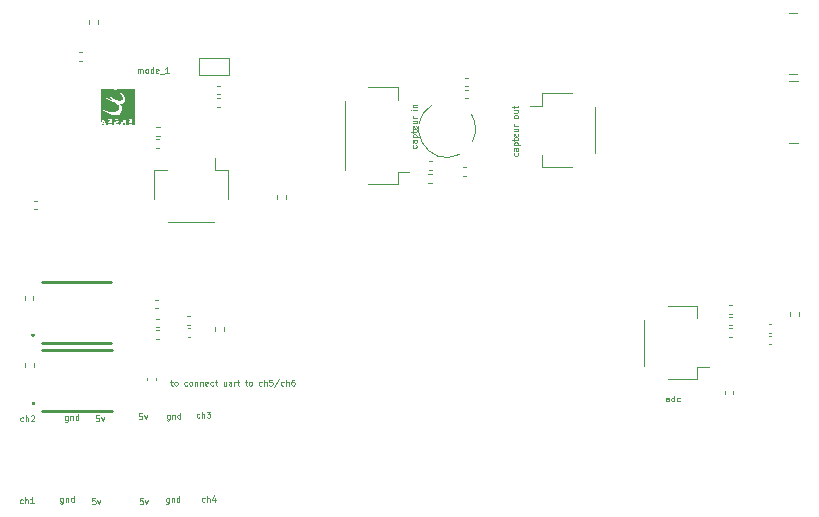
<source format=gbr>
%TF.GenerationSoftware,KiCad,Pcbnew,8.0.5*%
%TF.CreationDate,2024-10-22T02:59:18+02:00*%
%TF.ProjectId,Carte sensors,43617274-6520-4736-956e-736f72732e6b,rev?*%
%TF.SameCoordinates,Original*%
%TF.FileFunction,Legend,Bot*%
%TF.FilePolarity,Positive*%
%FSLAX46Y46*%
G04 Gerber Fmt 4.6, Leading zero omitted, Abs format (unit mm)*
G04 Created by KiCad (PCBNEW 8.0.5) date 2024-10-22 02:59:18*
%MOMM*%
%LPD*%
G01*
G04 APERTURE LIST*
%ADD10C,0.100000*%
%ADD11C,0.000000*%
%ADD12C,0.120000*%
%ADD13C,0.254000*%
G04 APERTURE END LIST*
D10*
X162213408Y-126580276D02*
X162403884Y-126580276D01*
X162284836Y-126413609D02*
X162284836Y-126842180D01*
X162284836Y-126842180D02*
X162308646Y-126889800D01*
X162308646Y-126889800D02*
X162356265Y-126913609D01*
X162356265Y-126913609D02*
X162403884Y-126913609D01*
X162641979Y-126913609D02*
X162594360Y-126889800D01*
X162594360Y-126889800D02*
X162570550Y-126865990D01*
X162570550Y-126865990D02*
X162546741Y-126818371D01*
X162546741Y-126818371D02*
X162546741Y-126675514D01*
X162546741Y-126675514D02*
X162570550Y-126627895D01*
X162570550Y-126627895D02*
X162594360Y-126604085D01*
X162594360Y-126604085D02*
X162641979Y-126580276D01*
X162641979Y-126580276D02*
X162713407Y-126580276D01*
X162713407Y-126580276D02*
X162761026Y-126604085D01*
X162761026Y-126604085D02*
X162784836Y-126627895D01*
X162784836Y-126627895D02*
X162808645Y-126675514D01*
X162808645Y-126675514D02*
X162808645Y-126818371D01*
X162808645Y-126818371D02*
X162784836Y-126865990D01*
X162784836Y-126865990D02*
X162761026Y-126889800D01*
X162761026Y-126889800D02*
X162713407Y-126913609D01*
X162713407Y-126913609D02*
X162641979Y-126913609D01*
X163618169Y-126889800D02*
X163570550Y-126913609D01*
X163570550Y-126913609D02*
X163475312Y-126913609D01*
X163475312Y-126913609D02*
X163427693Y-126889800D01*
X163427693Y-126889800D02*
X163403883Y-126865990D01*
X163403883Y-126865990D02*
X163380074Y-126818371D01*
X163380074Y-126818371D02*
X163380074Y-126675514D01*
X163380074Y-126675514D02*
X163403883Y-126627895D01*
X163403883Y-126627895D02*
X163427693Y-126604085D01*
X163427693Y-126604085D02*
X163475312Y-126580276D01*
X163475312Y-126580276D02*
X163570550Y-126580276D01*
X163570550Y-126580276D02*
X163618169Y-126604085D01*
X163903883Y-126913609D02*
X163856264Y-126889800D01*
X163856264Y-126889800D02*
X163832454Y-126865990D01*
X163832454Y-126865990D02*
X163808645Y-126818371D01*
X163808645Y-126818371D02*
X163808645Y-126675514D01*
X163808645Y-126675514D02*
X163832454Y-126627895D01*
X163832454Y-126627895D02*
X163856264Y-126604085D01*
X163856264Y-126604085D02*
X163903883Y-126580276D01*
X163903883Y-126580276D02*
X163975311Y-126580276D01*
X163975311Y-126580276D02*
X164022930Y-126604085D01*
X164022930Y-126604085D02*
X164046740Y-126627895D01*
X164046740Y-126627895D02*
X164070549Y-126675514D01*
X164070549Y-126675514D02*
X164070549Y-126818371D01*
X164070549Y-126818371D02*
X164046740Y-126865990D01*
X164046740Y-126865990D02*
X164022930Y-126889800D01*
X164022930Y-126889800D02*
X163975311Y-126913609D01*
X163975311Y-126913609D02*
X163903883Y-126913609D01*
X164284835Y-126580276D02*
X164284835Y-126913609D01*
X164284835Y-126627895D02*
X164308645Y-126604085D01*
X164308645Y-126604085D02*
X164356264Y-126580276D01*
X164356264Y-126580276D02*
X164427692Y-126580276D01*
X164427692Y-126580276D02*
X164475311Y-126604085D01*
X164475311Y-126604085D02*
X164499121Y-126651704D01*
X164499121Y-126651704D02*
X164499121Y-126913609D01*
X164737216Y-126580276D02*
X164737216Y-126913609D01*
X164737216Y-126627895D02*
X164761026Y-126604085D01*
X164761026Y-126604085D02*
X164808645Y-126580276D01*
X164808645Y-126580276D02*
X164880073Y-126580276D01*
X164880073Y-126580276D02*
X164927692Y-126604085D01*
X164927692Y-126604085D02*
X164951502Y-126651704D01*
X164951502Y-126651704D02*
X164951502Y-126913609D01*
X165380073Y-126889800D02*
X165332454Y-126913609D01*
X165332454Y-126913609D02*
X165237216Y-126913609D01*
X165237216Y-126913609D02*
X165189597Y-126889800D01*
X165189597Y-126889800D02*
X165165788Y-126842180D01*
X165165788Y-126842180D02*
X165165788Y-126651704D01*
X165165788Y-126651704D02*
X165189597Y-126604085D01*
X165189597Y-126604085D02*
X165237216Y-126580276D01*
X165237216Y-126580276D02*
X165332454Y-126580276D01*
X165332454Y-126580276D02*
X165380073Y-126604085D01*
X165380073Y-126604085D02*
X165403883Y-126651704D01*
X165403883Y-126651704D02*
X165403883Y-126699323D01*
X165403883Y-126699323D02*
X165165788Y-126746942D01*
X165832454Y-126889800D02*
X165784835Y-126913609D01*
X165784835Y-126913609D02*
X165689597Y-126913609D01*
X165689597Y-126913609D02*
X165641978Y-126889800D01*
X165641978Y-126889800D02*
X165618168Y-126865990D01*
X165618168Y-126865990D02*
X165594359Y-126818371D01*
X165594359Y-126818371D02*
X165594359Y-126675514D01*
X165594359Y-126675514D02*
X165618168Y-126627895D01*
X165618168Y-126627895D02*
X165641978Y-126604085D01*
X165641978Y-126604085D02*
X165689597Y-126580276D01*
X165689597Y-126580276D02*
X165784835Y-126580276D01*
X165784835Y-126580276D02*
X165832454Y-126604085D01*
X165975311Y-126580276D02*
X166165787Y-126580276D01*
X166046739Y-126413609D02*
X166046739Y-126842180D01*
X166046739Y-126842180D02*
X166070549Y-126889800D01*
X166070549Y-126889800D02*
X166118168Y-126913609D01*
X166118168Y-126913609D02*
X166165787Y-126913609D01*
X166927691Y-126580276D02*
X166927691Y-126913609D01*
X166713405Y-126580276D02*
X166713405Y-126842180D01*
X166713405Y-126842180D02*
X166737215Y-126889800D01*
X166737215Y-126889800D02*
X166784834Y-126913609D01*
X166784834Y-126913609D02*
X166856262Y-126913609D01*
X166856262Y-126913609D02*
X166903881Y-126889800D01*
X166903881Y-126889800D02*
X166927691Y-126865990D01*
X167380072Y-126913609D02*
X167380072Y-126651704D01*
X167380072Y-126651704D02*
X167356262Y-126604085D01*
X167356262Y-126604085D02*
X167308643Y-126580276D01*
X167308643Y-126580276D02*
X167213405Y-126580276D01*
X167213405Y-126580276D02*
X167165786Y-126604085D01*
X167380072Y-126889800D02*
X167332453Y-126913609D01*
X167332453Y-126913609D02*
X167213405Y-126913609D01*
X167213405Y-126913609D02*
X167165786Y-126889800D01*
X167165786Y-126889800D02*
X167141977Y-126842180D01*
X167141977Y-126842180D02*
X167141977Y-126794561D01*
X167141977Y-126794561D02*
X167165786Y-126746942D01*
X167165786Y-126746942D02*
X167213405Y-126723133D01*
X167213405Y-126723133D02*
X167332453Y-126723133D01*
X167332453Y-126723133D02*
X167380072Y-126699323D01*
X167618167Y-126913609D02*
X167618167Y-126580276D01*
X167618167Y-126675514D02*
X167641977Y-126627895D01*
X167641977Y-126627895D02*
X167665786Y-126604085D01*
X167665786Y-126604085D02*
X167713405Y-126580276D01*
X167713405Y-126580276D02*
X167761024Y-126580276D01*
X167856263Y-126580276D02*
X168046739Y-126580276D01*
X167927691Y-126413609D02*
X167927691Y-126842180D01*
X167927691Y-126842180D02*
X167951501Y-126889800D01*
X167951501Y-126889800D02*
X167999120Y-126913609D01*
X167999120Y-126913609D02*
X168046739Y-126913609D01*
X168522929Y-126580276D02*
X168713405Y-126580276D01*
X168594357Y-126413609D02*
X168594357Y-126842180D01*
X168594357Y-126842180D02*
X168618167Y-126889800D01*
X168618167Y-126889800D02*
X168665786Y-126913609D01*
X168665786Y-126913609D02*
X168713405Y-126913609D01*
X168951500Y-126913609D02*
X168903881Y-126889800D01*
X168903881Y-126889800D02*
X168880071Y-126865990D01*
X168880071Y-126865990D02*
X168856262Y-126818371D01*
X168856262Y-126818371D02*
X168856262Y-126675514D01*
X168856262Y-126675514D02*
X168880071Y-126627895D01*
X168880071Y-126627895D02*
X168903881Y-126604085D01*
X168903881Y-126604085D02*
X168951500Y-126580276D01*
X168951500Y-126580276D02*
X169022928Y-126580276D01*
X169022928Y-126580276D02*
X169070547Y-126604085D01*
X169070547Y-126604085D02*
X169094357Y-126627895D01*
X169094357Y-126627895D02*
X169118166Y-126675514D01*
X169118166Y-126675514D02*
X169118166Y-126818371D01*
X169118166Y-126818371D02*
X169094357Y-126865990D01*
X169094357Y-126865990D02*
X169070547Y-126889800D01*
X169070547Y-126889800D02*
X169022928Y-126913609D01*
X169022928Y-126913609D02*
X168951500Y-126913609D01*
X169927690Y-126889800D02*
X169880071Y-126913609D01*
X169880071Y-126913609D02*
X169784833Y-126913609D01*
X169784833Y-126913609D02*
X169737214Y-126889800D01*
X169737214Y-126889800D02*
X169713404Y-126865990D01*
X169713404Y-126865990D02*
X169689595Y-126818371D01*
X169689595Y-126818371D02*
X169689595Y-126675514D01*
X169689595Y-126675514D02*
X169713404Y-126627895D01*
X169713404Y-126627895D02*
X169737214Y-126604085D01*
X169737214Y-126604085D02*
X169784833Y-126580276D01*
X169784833Y-126580276D02*
X169880071Y-126580276D01*
X169880071Y-126580276D02*
X169927690Y-126604085D01*
X170141975Y-126913609D02*
X170141975Y-126413609D01*
X170356261Y-126913609D02*
X170356261Y-126651704D01*
X170356261Y-126651704D02*
X170332451Y-126604085D01*
X170332451Y-126604085D02*
X170284832Y-126580276D01*
X170284832Y-126580276D02*
X170213404Y-126580276D01*
X170213404Y-126580276D02*
X170165785Y-126604085D01*
X170165785Y-126604085D02*
X170141975Y-126627895D01*
X170832451Y-126413609D02*
X170594356Y-126413609D01*
X170594356Y-126413609D02*
X170570547Y-126651704D01*
X170570547Y-126651704D02*
X170594356Y-126627895D01*
X170594356Y-126627895D02*
X170641975Y-126604085D01*
X170641975Y-126604085D02*
X170761023Y-126604085D01*
X170761023Y-126604085D02*
X170808642Y-126627895D01*
X170808642Y-126627895D02*
X170832451Y-126651704D01*
X170832451Y-126651704D02*
X170856261Y-126699323D01*
X170856261Y-126699323D02*
X170856261Y-126818371D01*
X170856261Y-126818371D02*
X170832451Y-126865990D01*
X170832451Y-126865990D02*
X170808642Y-126889800D01*
X170808642Y-126889800D02*
X170761023Y-126913609D01*
X170761023Y-126913609D02*
X170641975Y-126913609D01*
X170641975Y-126913609D02*
X170594356Y-126889800D01*
X170594356Y-126889800D02*
X170570547Y-126865990D01*
X171427689Y-126389800D02*
X170999118Y-127032657D01*
X171808642Y-126889800D02*
X171761023Y-126913609D01*
X171761023Y-126913609D02*
X171665785Y-126913609D01*
X171665785Y-126913609D02*
X171618166Y-126889800D01*
X171618166Y-126889800D02*
X171594356Y-126865990D01*
X171594356Y-126865990D02*
X171570547Y-126818371D01*
X171570547Y-126818371D02*
X171570547Y-126675514D01*
X171570547Y-126675514D02*
X171594356Y-126627895D01*
X171594356Y-126627895D02*
X171618166Y-126604085D01*
X171618166Y-126604085D02*
X171665785Y-126580276D01*
X171665785Y-126580276D02*
X171761023Y-126580276D01*
X171761023Y-126580276D02*
X171808642Y-126604085D01*
X172022927Y-126913609D02*
X172022927Y-126413609D01*
X172237213Y-126913609D02*
X172237213Y-126651704D01*
X172237213Y-126651704D02*
X172213403Y-126604085D01*
X172213403Y-126604085D02*
X172165784Y-126580276D01*
X172165784Y-126580276D02*
X172094356Y-126580276D01*
X172094356Y-126580276D02*
X172046737Y-126604085D01*
X172046737Y-126604085D02*
X172022927Y-126627895D01*
X172689594Y-126413609D02*
X172594356Y-126413609D01*
X172594356Y-126413609D02*
X172546737Y-126437419D01*
X172546737Y-126437419D02*
X172522927Y-126461228D01*
X172522927Y-126461228D02*
X172475308Y-126532657D01*
X172475308Y-126532657D02*
X172451499Y-126627895D01*
X172451499Y-126627895D02*
X172451499Y-126818371D01*
X172451499Y-126818371D02*
X172475308Y-126865990D01*
X172475308Y-126865990D02*
X172499118Y-126889800D01*
X172499118Y-126889800D02*
X172546737Y-126913609D01*
X172546737Y-126913609D02*
X172641975Y-126913609D01*
X172641975Y-126913609D02*
X172689594Y-126889800D01*
X172689594Y-126889800D02*
X172713403Y-126865990D01*
X172713403Y-126865990D02*
X172737213Y-126818371D01*
X172737213Y-126818371D02*
X172737213Y-126699323D01*
X172737213Y-126699323D02*
X172713403Y-126651704D01*
X172713403Y-126651704D02*
X172689594Y-126627895D01*
X172689594Y-126627895D02*
X172641975Y-126604085D01*
X172641975Y-126604085D02*
X172546737Y-126604085D01*
X172546737Y-126604085D02*
X172499118Y-126627895D01*
X172499118Y-126627895D02*
X172475308Y-126651704D01*
X172475308Y-126651704D02*
X172451499Y-126699323D01*
X159852931Y-136453609D02*
X159614836Y-136453609D01*
X159614836Y-136453609D02*
X159591027Y-136691704D01*
X159591027Y-136691704D02*
X159614836Y-136667895D01*
X159614836Y-136667895D02*
X159662455Y-136644085D01*
X159662455Y-136644085D02*
X159781503Y-136644085D01*
X159781503Y-136644085D02*
X159829122Y-136667895D01*
X159829122Y-136667895D02*
X159852931Y-136691704D01*
X159852931Y-136691704D02*
X159876741Y-136739323D01*
X159876741Y-136739323D02*
X159876741Y-136858371D01*
X159876741Y-136858371D02*
X159852931Y-136905990D01*
X159852931Y-136905990D02*
X159829122Y-136929800D01*
X159829122Y-136929800D02*
X159781503Y-136953609D01*
X159781503Y-136953609D02*
X159662455Y-136953609D01*
X159662455Y-136953609D02*
X159614836Y-136929800D01*
X159614836Y-136929800D02*
X159591027Y-136905990D01*
X160043407Y-136620276D02*
X160162455Y-136953609D01*
X160162455Y-136953609D02*
X160281502Y-136620276D01*
X155842931Y-136453609D02*
X155604836Y-136453609D01*
X155604836Y-136453609D02*
X155581027Y-136691704D01*
X155581027Y-136691704D02*
X155604836Y-136667895D01*
X155604836Y-136667895D02*
X155652455Y-136644085D01*
X155652455Y-136644085D02*
X155771503Y-136644085D01*
X155771503Y-136644085D02*
X155819122Y-136667895D01*
X155819122Y-136667895D02*
X155842931Y-136691704D01*
X155842931Y-136691704D02*
X155866741Y-136739323D01*
X155866741Y-136739323D02*
X155866741Y-136858371D01*
X155866741Y-136858371D02*
X155842931Y-136905990D01*
X155842931Y-136905990D02*
X155819122Y-136929800D01*
X155819122Y-136929800D02*
X155771503Y-136953609D01*
X155771503Y-136953609D02*
X155652455Y-136953609D01*
X155652455Y-136953609D02*
X155604836Y-136929800D01*
X155604836Y-136929800D02*
X155581027Y-136905990D01*
X156033407Y-136620276D02*
X156152455Y-136953609D01*
X156152455Y-136953609D02*
X156271502Y-136620276D01*
X156162931Y-129433609D02*
X155924836Y-129433609D01*
X155924836Y-129433609D02*
X155901027Y-129671704D01*
X155901027Y-129671704D02*
X155924836Y-129647895D01*
X155924836Y-129647895D02*
X155972455Y-129624085D01*
X155972455Y-129624085D02*
X156091503Y-129624085D01*
X156091503Y-129624085D02*
X156139122Y-129647895D01*
X156139122Y-129647895D02*
X156162931Y-129671704D01*
X156162931Y-129671704D02*
X156186741Y-129719323D01*
X156186741Y-129719323D02*
X156186741Y-129838371D01*
X156186741Y-129838371D02*
X156162931Y-129885990D01*
X156162931Y-129885990D02*
X156139122Y-129909800D01*
X156139122Y-129909800D02*
X156091503Y-129933609D01*
X156091503Y-129933609D02*
X155972455Y-129933609D01*
X155972455Y-129933609D02*
X155924836Y-129909800D01*
X155924836Y-129909800D02*
X155901027Y-129885990D01*
X156353407Y-129600276D02*
X156472455Y-129933609D01*
X156472455Y-129933609D02*
X156591502Y-129600276D01*
X159802931Y-129273609D02*
X159564836Y-129273609D01*
X159564836Y-129273609D02*
X159541027Y-129511704D01*
X159541027Y-129511704D02*
X159564836Y-129487895D01*
X159564836Y-129487895D02*
X159612455Y-129464085D01*
X159612455Y-129464085D02*
X159731503Y-129464085D01*
X159731503Y-129464085D02*
X159779122Y-129487895D01*
X159779122Y-129487895D02*
X159802931Y-129511704D01*
X159802931Y-129511704D02*
X159826741Y-129559323D01*
X159826741Y-129559323D02*
X159826741Y-129678371D01*
X159826741Y-129678371D02*
X159802931Y-129725990D01*
X159802931Y-129725990D02*
X159779122Y-129749800D01*
X159779122Y-129749800D02*
X159731503Y-129773609D01*
X159731503Y-129773609D02*
X159612455Y-129773609D01*
X159612455Y-129773609D02*
X159564836Y-129749800D01*
X159564836Y-129749800D02*
X159541027Y-129725990D01*
X159993407Y-129440276D02*
X160112455Y-129773609D01*
X160112455Y-129773609D02*
X160231502Y-129440276D01*
X162069122Y-136440276D02*
X162069122Y-136845038D01*
X162069122Y-136845038D02*
X162045312Y-136892657D01*
X162045312Y-136892657D02*
X162021503Y-136916466D01*
X162021503Y-136916466D02*
X161973884Y-136940276D01*
X161973884Y-136940276D02*
X161902455Y-136940276D01*
X161902455Y-136940276D02*
X161854836Y-136916466D01*
X162069122Y-136749800D02*
X162021503Y-136773609D01*
X162021503Y-136773609D02*
X161926265Y-136773609D01*
X161926265Y-136773609D02*
X161878646Y-136749800D01*
X161878646Y-136749800D02*
X161854836Y-136725990D01*
X161854836Y-136725990D02*
X161831027Y-136678371D01*
X161831027Y-136678371D02*
X161831027Y-136535514D01*
X161831027Y-136535514D02*
X161854836Y-136487895D01*
X161854836Y-136487895D02*
X161878646Y-136464085D01*
X161878646Y-136464085D02*
X161926265Y-136440276D01*
X161926265Y-136440276D02*
X162021503Y-136440276D01*
X162021503Y-136440276D02*
X162069122Y-136464085D01*
X162307217Y-136440276D02*
X162307217Y-136773609D01*
X162307217Y-136487895D02*
X162331027Y-136464085D01*
X162331027Y-136464085D02*
X162378646Y-136440276D01*
X162378646Y-136440276D02*
X162450074Y-136440276D01*
X162450074Y-136440276D02*
X162497693Y-136464085D01*
X162497693Y-136464085D02*
X162521503Y-136511704D01*
X162521503Y-136511704D02*
X162521503Y-136773609D01*
X162973884Y-136773609D02*
X162973884Y-136273609D01*
X162973884Y-136749800D02*
X162926265Y-136773609D01*
X162926265Y-136773609D02*
X162831027Y-136773609D01*
X162831027Y-136773609D02*
X162783408Y-136749800D01*
X162783408Y-136749800D02*
X162759598Y-136725990D01*
X162759598Y-136725990D02*
X162735789Y-136678371D01*
X162735789Y-136678371D02*
X162735789Y-136535514D01*
X162735789Y-136535514D02*
X162759598Y-136487895D01*
X162759598Y-136487895D02*
X162783408Y-136464085D01*
X162783408Y-136464085D02*
X162831027Y-136440276D01*
X162831027Y-136440276D02*
X162926265Y-136440276D01*
X162926265Y-136440276D02*
X162973884Y-136464085D01*
X153099122Y-136420276D02*
X153099122Y-136825038D01*
X153099122Y-136825038D02*
X153075312Y-136872657D01*
X153075312Y-136872657D02*
X153051503Y-136896466D01*
X153051503Y-136896466D02*
X153003884Y-136920276D01*
X153003884Y-136920276D02*
X152932455Y-136920276D01*
X152932455Y-136920276D02*
X152884836Y-136896466D01*
X153099122Y-136729800D02*
X153051503Y-136753609D01*
X153051503Y-136753609D02*
X152956265Y-136753609D01*
X152956265Y-136753609D02*
X152908646Y-136729800D01*
X152908646Y-136729800D02*
X152884836Y-136705990D01*
X152884836Y-136705990D02*
X152861027Y-136658371D01*
X152861027Y-136658371D02*
X152861027Y-136515514D01*
X152861027Y-136515514D02*
X152884836Y-136467895D01*
X152884836Y-136467895D02*
X152908646Y-136444085D01*
X152908646Y-136444085D02*
X152956265Y-136420276D01*
X152956265Y-136420276D02*
X153051503Y-136420276D01*
X153051503Y-136420276D02*
X153099122Y-136444085D01*
X153337217Y-136420276D02*
X153337217Y-136753609D01*
X153337217Y-136467895D02*
X153361027Y-136444085D01*
X153361027Y-136444085D02*
X153408646Y-136420276D01*
X153408646Y-136420276D02*
X153480074Y-136420276D01*
X153480074Y-136420276D02*
X153527693Y-136444085D01*
X153527693Y-136444085D02*
X153551503Y-136491704D01*
X153551503Y-136491704D02*
X153551503Y-136753609D01*
X154003884Y-136753609D02*
X154003884Y-136253609D01*
X154003884Y-136729800D02*
X153956265Y-136753609D01*
X153956265Y-136753609D02*
X153861027Y-136753609D01*
X153861027Y-136753609D02*
X153813408Y-136729800D01*
X153813408Y-136729800D02*
X153789598Y-136705990D01*
X153789598Y-136705990D02*
X153765789Y-136658371D01*
X153765789Y-136658371D02*
X153765789Y-136515514D01*
X153765789Y-136515514D02*
X153789598Y-136467895D01*
X153789598Y-136467895D02*
X153813408Y-136444085D01*
X153813408Y-136444085D02*
X153861027Y-136420276D01*
X153861027Y-136420276D02*
X153956265Y-136420276D01*
X153956265Y-136420276D02*
X154003884Y-136444085D01*
X153509122Y-129510276D02*
X153509122Y-129915038D01*
X153509122Y-129915038D02*
X153485312Y-129962657D01*
X153485312Y-129962657D02*
X153461503Y-129986466D01*
X153461503Y-129986466D02*
X153413884Y-130010276D01*
X153413884Y-130010276D02*
X153342455Y-130010276D01*
X153342455Y-130010276D02*
X153294836Y-129986466D01*
X153509122Y-129819800D02*
X153461503Y-129843609D01*
X153461503Y-129843609D02*
X153366265Y-129843609D01*
X153366265Y-129843609D02*
X153318646Y-129819800D01*
X153318646Y-129819800D02*
X153294836Y-129795990D01*
X153294836Y-129795990D02*
X153271027Y-129748371D01*
X153271027Y-129748371D02*
X153271027Y-129605514D01*
X153271027Y-129605514D02*
X153294836Y-129557895D01*
X153294836Y-129557895D02*
X153318646Y-129534085D01*
X153318646Y-129534085D02*
X153366265Y-129510276D01*
X153366265Y-129510276D02*
X153461503Y-129510276D01*
X153461503Y-129510276D02*
X153509122Y-129534085D01*
X153747217Y-129510276D02*
X153747217Y-129843609D01*
X153747217Y-129557895D02*
X153771027Y-129534085D01*
X153771027Y-129534085D02*
X153818646Y-129510276D01*
X153818646Y-129510276D02*
X153890074Y-129510276D01*
X153890074Y-129510276D02*
X153937693Y-129534085D01*
X153937693Y-129534085D02*
X153961503Y-129581704D01*
X153961503Y-129581704D02*
X153961503Y-129843609D01*
X154413884Y-129843609D02*
X154413884Y-129343609D01*
X154413884Y-129819800D02*
X154366265Y-129843609D01*
X154366265Y-129843609D02*
X154271027Y-129843609D01*
X154271027Y-129843609D02*
X154223408Y-129819800D01*
X154223408Y-129819800D02*
X154199598Y-129795990D01*
X154199598Y-129795990D02*
X154175789Y-129748371D01*
X154175789Y-129748371D02*
X154175789Y-129605514D01*
X154175789Y-129605514D02*
X154199598Y-129557895D01*
X154199598Y-129557895D02*
X154223408Y-129534085D01*
X154223408Y-129534085D02*
X154271027Y-129510276D01*
X154271027Y-129510276D02*
X154366265Y-129510276D01*
X154366265Y-129510276D02*
X154413884Y-129534085D01*
X162139122Y-129380276D02*
X162139122Y-129785038D01*
X162139122Y-129785038D02*
X162115312Y-129832657D01*
X162115312Y-129832657D02*
X162091503Y-129856466D01*
X162091503Y-129856466D02*
X162043884Y-129880276D01*
X162043884Y-129880276D02*
X161972455Y-129880276D01*
X161972455Y-129880276D02*
X161924836Y-129856466D01*
X162139122Y-129689800D02*
X162091503Y-129713609D01*
X162091503Y-129713609D02*
X161996265Y-129713609D01*
X161996265Y-129713609D02*
X161948646Y-129689800D01*
X161948646Y-129689800D02*
X161924836Y-129665990D01*
X161924836Y-129665990D02*
X161901027Y-129618371D01*
X161901027Y-129618371D02*
X161901027Y-129475514D01*
X161901027Y-129475514D02*
X161924836Y-129427895D01*
X161924836Y-129427895D02*
X161948646Y-129404085D01*
X161948646Y-129404085D02*
X161996265Y-129380276D01*
X161996265Y-129380276D02*
X162091503Y-129380276D01*
X162091503Y-129380276D02*
X162139122Y-129404085D01*
X162377217Y-129380276D02*
X162377217Y-129713609D01*
X162377217Y-129427895D02*
X162401027Y-129404085D01*
X162401027Y-129404085D02*
X162448646Y-129380276D01*
X162448646Y-129380276D02*
X162520074Y-129380276D01*
X162520074Y-129380276D02*
X162567693Y-129404085D01*
X162567693Y-129404085D02*
X162591503Y-129451704D01*
X162591503Y-129451704D02*
X162591503Y-129713609D01*
X163043884Y-129713609D02*
X163043884Y-129213609D01*
X163043884Y-129689800D02*
X162996265Y-129713609D01*
X162996265Y-129713609D02*
X162901027Y-129713609D01*
X162901027Y-129713609D02*
X162853408Y-129689800D01*
X162853408Y-129689800D02*
X162829598Y-129665990D01*
X162829598Y-129665990D02*
X162805789Y-129618371D01*
X162805789Y-129618371D02*
X162805789Y-129475514D01*
X162805789Y-129475514D02*
X162829598Y-129427895D01*
X162829598Y-129427895D02*
X162853408Y-129404085D01*
X162853408Y-129404085D02*
X162901027Y-129380276D01*
X162901027Y-129380276D02*
X162996265Y-129380276D01*
X162996265Y-129380276D02*
X163043884Y-129404085D01*
X183029800Y-106560877D02*
X183053609Y-106608496D01*
X183053609Y-106608496D02*
X183053609Y-106703734D01*
X183053609Y-106703734D02*
X183029800Y-106751353D01*
X183029800Y-106751353D02*
X183005990Y-106775163D01*
X183005990Y-106775163D02*
X182958371Y-106798972D01*
X182958371Y-106798972D02*
X182815514Y-106798972D01*
X182815514Y-106798972D02*
X182767895Y-106775163D01*
X182767895Y-106775163D02*
X182744085Y-106751353D01*
X182744085Y-106751353D02*
X182720276Y-106703734D01*
X182720276Y-106703734D02*
X182720276Y-106608496D01*
X182720276Y-106608496D02*
X182744085Y-106560877D01*
X183053609Y-106132306D02*
X182791704Y-106132306D01*
X182791704Y-106132306D02*
X182744085Y-106156116D01*
X182744085Y-106156116D02*
X182720276Y-106203735D01*
X182720276Y-106203735D02*
X182720276Y-106298973D01*
X182720276Y-106298973D02*
X182744085Y-106346592D01*
X183029800Y-106132306D02*
X183053609Y-106179925D01*
X183053609Y-106179925D02*
X183053609Y-106298973D01*
X183053609Y-106298973D02*
X183029800Y-106346592D01*
X183029800Y-106346592D02*
X182982180Y-106370401D01*
X182982180Y-106370401D02*
X182934561Y-106370401D01*
X182934561Y-106370401D02*
X182886942Y-106346592D01*
X182886942Y-106346592D02*
X182863133Y-106298973D01*
X182863133Y-106298973D02*
X182863133Y-106179925D01*
X182863133Y-106179925D02*
X182839323Y-106132306D01*
X182720276Y-105894211D02*
X183220276Y-105894211D01*
X182744085Y-105894211D02*
X182720276Y-105846592D01*
X182720276Y-105846592D02*
X182720276Y-105751354D01*
X182720276Y-105751354D02*
X182744085Y-105703735D01*
X182744085Y-105703735D02*
X182767895Y-105679925D01*
X182767895Y-105679925D02*
X182815514Y-105656116D01*
X182815514Y-105656116D02*
X182958371Y-105656116D01*
X182958371Y-105656116D02*
X183005990Y-105679925D01*
X183005990Y-105679925D02*
X183029800Y-105703735D01*
X183029800Y-105703735D02*
X183053609Y-105751354D01*
X183053609Y-105751354D02*
X183053609Y-105846592D01*
X183053609Y-105846592D02*
X183029800Y-105894211D01*
X182720276Y-105513258D02*
X182720276Y-105322782D01*
X182553609Y-105441830D02*
X182982180Y-105441830D01*
X182982180Y-105441830D02*
X183029800Y-105418020D01*
X183029800Y-105418020D02*
X183053609Y-105370401D01*
X183053609Y-105370401D02*
X183053609Y-105322782D01*
X183029800Y-104965640D02*
X183053609Y-105013259D01*
X183053609Y-105013259D02*
X183053609Y-105108497D01*
X183053609Y-105108497D02*
X183029800Y-105156116D01*
X183029800Y-105156116D02*
X182982180Y-105179925D01*
X182982180Y-105179925D02*
X182791704Y-105179925D01*
X182791704Y-105179925D02*
X182744085Y-105156116D01*
X182744085Y-105156116D02*
X182720276Y-105108497D01*
X182720276Y-105108497D02*
X182720276Y-105013259D01*
X182720276Y-105013259D02*
X182744085Y-104965640D01*
X182744085Y-104965640D02*
X182791704Y-104941830D01*
X182791704Y-104941830D02*
X182839323Y-104941830D01*
X182839323Y-104941830D02*
X182886942Y-105179925D01*
X182720276Y-104513259D02*
X183053609Y-104513259D01*
X182720276Y-104727545D02*
X182982180Y-104727545D01*
X182982180Y-104727545D02*
X183029800Y-104703735D01*
X183029800Y-104703735D02*
X183053609Y-104656116D01*
X183053609Y-104656116D02*
X183053609Y-104584688D01*
X183053609Y-104584688D02*
X183029800Y-104537069D01*
X183029800Y-104537069D02*
X183005990Y-104513259D01*
X183053609Y-104275164D02*
X182720276Y-104275164D01*
X182815514Y-104275164D02*
X182767895Y-104251354D01*
X182767895Y-104251354D02*
X182744085Y-104227545D01*
X182744085Y-104227545D02*
X182720276Y-104179926D01*
X182720276Y-104179926D02*
X182720276Y-104132307D01*
X183053609Y-103584688D02*
X182720276Y-103584688D01*
X182553609Y-103584688D02*
X182577419Y-103608497D01*
X182577419Y-103608497D02*
X182601228Y-103584688D01*
X182601228Y-103584688D02*
X182577419Y-103560878D01*
X182577419Y-103560878D02*
X182553609Y-103584688D01*
X182553609Y-103584688D02*
X182601228Y-103584688D01*
X182720276Y-103346593D02*
X183053609Y-103346593D01*
X182767895Y-103346593D02*
X182744085Y-103322783D01*
X182744085Y-103322783D02*
X182720276Y-103275164D01*
X182720276Y-103275164D02*
X182720276Y-103203736D01*
X182720276Y-103203736D02*
X182744085Y-103156117D01*
X182744085Y-103156117D02*
X182791704Y-103132307D01*
X182791704Y-103132307D02*
X183053609Y-103132307D01*
X191609800Y-107230877D02*
X191633609Y-107278496D01*
X191633609Y-107278496D02*
X191633609Y-107373734D01*
X191633609Y-107373734D02*
X191609800Y-107421353D01*
X191609800Y-107421353D02*
X191585990Y-107445163D01*
X191585990Y-107445163D02*
X191538371Y-107468972D01*
X191538371Y-107468972D02*
X191395514Y-107468972D01*
X191395514Y-107468972D02*
X191347895Y-107445163D01*
X191347895Y-107445163D02*
X191324085Y-107421353D01*
X191324085Y-107421353D02*
X191300276Y-107373734D01*
X191300276Y-107373734D02*
X191300276Y-107278496D01*
X191300276Y-107278496D02*
X191324085Y-107230877D01*
X191633609Y-106802306D02*
X191371704Y-106802306D01*
X191371704Y-106802306D02*
X191324085Y-106826116D01*
X191324085Y-106826116D02*
X191300276Y-106873735D01*
X191300276Y-106873735D02*
X191300276Y-106968973D01*
X191300276Y-106968973D02*
X191324085Y-107016592D01*
X191609800Y-106802306D02*
X191633609Y-106849925D01*
X191633609Y-106849925D02*
X191633609Y-106968973D01*
X191633609Y-106968973D02*
X191609800Y-107016592D01*
X191609800Y-107016592D02*
X191562180Y-107040401D01*
X191562180Y-107040401D02*
X191514561Y-107040401D01*
X191514561Y-107040401D02*
X191466942Y-107016592D01*
X191466942Y-107016592D02*
X191443133Y-106968973D01*
X191443133Y-106968973D02*
X191443133Y-106849925D01*
X191443133Y-106849925D02*
X191419323Y-106802306D01*
X191300276Y-106564211D02*
X191800276Y-106564211D01*
X191324085Y-106564211D02*
X191300276Y-106516592D01*
X191300276Y-106516592D02*
X191300276Y-106421354D01*
X191300276Y-106421354D02*
X191324085Y-106373735D01*
X191324085Y-106373735D02*
X191347895Y-106349925D01*
X191347895Y-106349925D02*
X191395514Y-106326116D01*
X191395514Y-106326116D02*
X191538371Y-106326116D01*
X191538371Y-106326116D02*
X191585990Y-106349925D01*
X191585990Y-106349925D02*
X191609800Y-106373735D01*
X191609800Y-106373735D02*
X191633609Y-106421354D01*
X191633609Y-106421354D02*
X191633609Y-106516592D01*
X191633609Y-106516592D02*
X191609800Y-106564211D01*
X191300276Y-106183258D02*
X191300276Y-105992782D01*
X191133609Y-106111830D02*
X191562180Y-106111830D01*
X191562180Y-106111830D02*
X191609800Y-106088020D01*
X191609800Y-106088020D02*
X191633609Y-106040401D01*
X191633609Y-106040401D02*
X191633609Y-105992782D01*
X191609800Y-105635640D02*
X191633609Y-105683259D01*
X191633609Y-105683259D02*
X191633609Y-105778497D01*
X191633609Y-105778497D02*
X191609800Y-105826116D01*
X191609800Y-105826116D02*
X191562180Y-105849925D01*
X191562180Y-105849925D02*
X191371704Y-105849925D01*
X191371704Y-105849925D02*
X191324085Y-105826116D01*
X191324085Y-105826116D02*
X191300276Y-105778497D01*
X191300276Y-105778497D02*
X191300276Y-105683259D01*
X191300276Y-105683259D02*
X191324085Y-105635640D01*
X191324085Y-105635640D02*
X191371704Y-105611830D01*
X191371704Y-105611830D02*
X191419323Y-105611830D01*
X191419323Y-105611830D02*
X191466942Y-105849925D01*
X191300276Y-105183259D02*
X191633609Y-105183259D01*
X191300276Y-105397545D02*
X191562180Y-105397545D01*
X191562180Y-105397545D02*
X191609800Y-105373735D01*
X191609800Y-105373735D02*
X191633609Y-105326116D01*
X191633609Y-105326116D02*
X191633609Y-105254688D01*
X191633609Y-105254688D02*
X191609800Y-105207069D01*
X191609800Y-105207069D02*
X191585990Y-105183259D01*
X191633609Y-104945164D02*
X191300276Y-104945164D01*
X191395514Y-104945164D02*
X191347895Y-104921354D01*
X191347895Y-104921354D02*
X191324085Y-104897545D01*
X191324085Y-104897545D02*
X191300276Y-104849926D01*
X191300276Y-104849926D02*
X191300276Y-104802307D01*
X191633609Y-104183259D02*
X191609800Y-104230878D01*
X191609800Y-104230878D02*
X191585990Y-104254688D01*
X191585990Y-104254688D02*
X191538371Y-104278497D01*
X191538371Y-104278497D02*
X191395514Y-104278497D01*
X191395514Y-104278497D02*
X191347895Y-104254688D01*
X191347895Y-104254688D02*
X191324085Y-104230878D01*
X191324085Y-104230878D02*
X191300276Y-104183259D01*
X191300276Y-104183259D02*
X191300276Y-104111831D01*
X191300276Y-104111831D02*
X191324085Y-104064212D01*
X191324085Y-104064212D02*
X191347895Y-104040402D01*
X191347895Y-104040402D02*
X191395514Y-104016593D01*
X191395514Y-104016593D02*
X191538371Y-104016593D01*
X191538371Y-104016593D02*
X191585990Y-104040402D01*
X191585990Y-104040402D02*
X191609800Y-104064212D01*
X191609800Y-104064212D02*
X191633609Y-104111831D01*
X191633609Y-104111831D02*
X191633609Y-104183259D01*
X191300276Y-103588021D02*
X191633609Y-103588021D01*
X191300276Y-103802307D02*
X191562180Y-103802307D01*
X191562180Y-103802307D02*
X191609800Y-103778497D01*
X191609800Y-103778497D02*
X191633609Y-103730878D01*
X191633609Y-103730878D02*
X191633609Y-103659450D01*
X191633609Y-103659450D02*
X191609800Y-103611831D01*
X191609800Y-103611831D02*
X191585990Y-103588021D01*
X191300276Y-103421354D02*
X191300276Y-103230878D01*
X191133609Y-103349926D02*
X191562180Y-103349926D01*
X191562180Y-103349926D02*
X191609800Y-103326116D01*
X191609800Y-103326116D02*
X191633609Y-103278497D01*
X191633609Y-103278497D02*
X191633609Y-103230878D01*
X159434836Y-100453609D02*
X159434836Y-100120276D01*
X159434836Y-100167895D02*
X159458646Y-100144085D01*
X159458646Y-100144085D02*
X159506265Y-100120276D01*
X159506265Y-100120276D02*
X159577693Y-100120276D01*
X159577693Y-100120276D02*
X159625312Y-100144085D01*
X159625312Y-100144085D02*
X159649122Y-100191704D01*
X159649122Y-100191704D02*
X159649122Y-100453609D01*
X159649122Y-100191704D02*
X159672931Y-100144085D01*
X159672931Y-100144085D02*
X159720550Y-100120276D01*
X159720550Y-100120276D02*
X159791979Y-100120276D01*
X159791979Y-100120276D02*
X159839598Y-100144085D01*
X159839598Y-100144085D02*
X159863408Y-100191704D01*
X159863408Y-100191704D02*
X159863408Y-100453609D01*
X160172932Y-100453609D02*
X160125313Y-100429800D01*
X160125313Y-100429800D02*
X160101503Y-100405990D01*
X160101503Y-100405990D02*
X160077694Y-100358371D01*
X160077694Y-100358371D02*
X160077694Y-100215514D01*
X160077694Y-100215514D02*
X160101503Y-100167895D01*
X160101503Y-100167895D02*
X160125313Y-100144085D01*
X160125313Y-100144085D02*
X160172932Y-100120276D01*
X160172932Y-100120276D02*
X160244360Y-100120276D01*
X160244360Y-100120276D02*
X160291979Y-100144085D01*
X160291979Y-100144085D02*
X160315789Y-100167895D01*
X160315789Y-100167895D02*
X160339598Y-100215514D01*
X160339598Y-100215514D02*
X160339598Y-100358371D01*
X160339598Y-100358371D02*
X160315789Y-100405990D01*
X160315789Y-100405990D02*
X160291979Y-100429800D01*
X160291979Y-100429800D02*
X160244360Y-100453609D01*
X160244360Y-100453609D02*
X160172932Y-100453609D01*
X160768170Y-100453609D02*
X160768170Y-99953609D01*
X160768170Y-100429800D02*
X160720551Y-100453609D01*
X160720551Y-100453609D02*
X160625313Y-100453609D01*
X160625313Y-100453609D02*
X160577694Y-100429800D01*
X160577694Y-100429800D02*
X160553884Y-100405990D01*
X160553884Y-100405990D02*
X160530075Y-100358371D01*
X160530075Y-100358371D02*
X160530075Y-100215514D01*
X160530075Y-100215514D02*
X160553884Y-100167895D01*
X160553884Y-100167895D02*
X160577694Y-100144085D01*
X160577694Y-100144085D02*
X160625313Y-100120276D01*
X160625313Y-100120276D02*
X160720551Y-100120276D01*
X160720551Y-100120276D02*
X160768170Y-100144085D01*
X161196741Y-100429800D02*
X161149122Y-100453609D01*
X161149122Y-100453609D02*
X161053884Y-100453609D01*
X161053884Y-100453609D02*
X161006265Y-100429800D01*
X161006265Y-100429800D02*
X160982456Y-100382180D01*
X160982456Y-100382180D02*
X160982456Y-100191704D01*
X160982456Y-100191704D02*
X161006265Y-100144085D01*
X161006265Y-100144085D02*
X161053884Y-100120276D01*
X161053884Y-100120276D02*
X161149122Y-100120276D01*
X161149122Y-100120276D02*
X161196741Y-100144085D01*
X161196741Y-100144085D02*
X161220551Y-100191704D01*
X161220551Y-100191704D02*
X161220551Y-100239323D01*
X161220551Y-100239323D02*
X160982456Y-100286942D01*
X161315789Y-100501228D02*
X161696741Y-100501228D01*
X162077693Y-100453609D02*
X161791979Y-100453609D01*
X161934836Y-100453609D02*
X161934836Y-99953609D01*
X161934836Y-99953609D02*
X161887217Y-100025038D01*
X161887217Y-100025038D02*
X161839598Y-100072657D01*
X161839598Y-100072657D02*
X161791979Y-100096466D01*
X204419122Y-128263609D02*
X204419122Y-128001704D01*
X204419122Y-128001704D02*
X204395312Y-127954085D01*
X204395312Y-127954085D02*
X204347693Y-127930276D01*
X204347693Y-127930276D02*
X204252455Y-127930276D01*
X204252455Y-127930276D02*
X204204836Y-127954085D01*
X204419122Y-128239800D02*
X204371503Y-128263609D01*
X204371503Y-128263609D02*
X204252455Y-128263609D01*
X204252455Y-128263609D02*
X204204836Y-128239800D01*
X204204836Y-128239800D02*
X204181027Y-128192180D01*
X204181027Y-128192180D02*
X204181027Y-128144561D01*
X204181027Y-128144561D02*
X204204836Y-128096942D01*
X204204836Y-128096942D02*
X204252455Y-128073133D01*
X204252455Y-128073133D02*
X204371503Y-128073133D01*
X204371503Y-128073133D02*
X204419122Y-128049323D01*
X204871503Y-128263609D02*
X204871503Y-127763609D01*
X204871503Y-128239800D02*
X204823884Y-128263609D01*
X204823884Y-128263609D02*
X204728646Y-128263609D01*
X204728646Y-128263609D02*
X204681027Y-128239800D01*
X204681027Y-128239800D02*
X204657217Y-128215990D01*
X204657217Y-128215990D02*
X204633408Y-128168371D01*
X204633408Y-128168371D02*
X204633408Y-128025514D01*
X204633408Y-128025514D02*
X204657217Y-127977895D01*
X204657217Y-127977895D02*
X204681027Y-127954085D01*
X204681027Y-127954085D02*
X204728646Y-127930276D01*
X204728646Y-127930276D02*
X204823884Y-127930276D01*
X204823884Y-127930276D02*
X204871503Y-127954085D01*
X205323884Y-128239800D02*
X205276265Y-128263609D01*
X205276265Y-128263609D02*
X205181027Y-128263609D01*
X205181027Y-128263609D02*
X205133408Y-128239800D01*
X205133408Y-128239800D02*
X205109598Y-128215990D01*
X205109598Y-128215990D02*
X205085789Y-128168371D01*
X205085789Y-128168371D02*
X205085789Y-128025514D01*
X205085789Y-128025514D02*
X205109598Y-127977895D01*
X205109598Y-127977895D02*
X205133408Y-127954085D01*
X205133408Y-127954085D02*
X205181027Y-127930276D01*
X205181027Y-127930276D02*
X205276265Y-127930276D01*
X205276265Y-127930276D02*
X205323884Y-127954085D01*
X149749122Y-129909800D02*
X149701503Y-129933609D01*
X149701503Y-129933609D02*
X149606265Y-129933609D01*
X149606265Y-129933609D02*
X149558646Y-129909800D01*
X149558646Y-129909800D02*
X149534836Y-129885990D01*
X149534836Y-129885990D02*
X149511027Y-129838371D01*
X149511027Y-129838371D02*
X149511027Y-129695514D01*
X149511027Y-129695514D02*
X149534836Y-129647895D01*
X149534836Y-129647895D02*
X149558646Y-129624085D01*
X149558646Y-129624085D02*
X149606265Y-129600276D01*
X149606265Y-129600276D02*
X149701503Y-129600276D01*
X149701503Y-129600276D02*
X149749122Y-129624085D01*
X149963407Y-129933609D02*
X149963407Y-129433609D01*
X150177693Y-129933609D02*
X150177693Y-129671704D01*
X150177693Y-129671704D02*
X150153883Y-129624085D01*
X150153883Y-129624085D02*
X150106264Y-129600276D01*
X150106264Y-129600276D02*
X150034836Y-129600276D01*
X150034836Y-129600276D02*
X149987217Y-129624085D01*
X149987217Y-129624085D02*
X149963407Y-129647895D01*
X150391979Y-129481228D02*
X150415788Y-129457419D01*
X150415788Y-129457419D02*
X150463407Y-129433609D01*
X150463407Y-129433609D02*
X150582455Y-129433609D01*
X150582455Y-129433609D02*
X150630074Y-129457419D01*
X150630074Y-129457419D02*
X150653883Y-129481228D01*
X150653883Y-129481228D02*
X150677693Y-129528847D01*
X150677693Y-129528847D02*
X150677693Y-129576466D01*
X150677693Y-129576466D02*
X150653883Y-129647895D01*
X150653883Y-129647895D02*
X150368169Y-129933609D01*
X150368169Y-129933609D02*
X150677693Y-129933609D01*
X149719122Y-136859800D02*
X149671503Y-136883609D01*
X149671503Y-136883609D02*
X149576265Y-136883609D01*
X149576265Y-136883609D02*
X149528646Y-136859800D01*
X149528646Y-136859800D02*
X149504836Y-136835990D01*
X149504836Y-136835990D02*
X149481027Y-136788371D01*
X149481027Y-136788371D02*
X149481027Y-136645514D01*
X149481027Y-136645514D02*
X149504836Y-136597895D01*
X149504836Y-136597895D02*
X149528646Y-136574085D01*
X149528646Y-136574085D02*
X149576265Y-136550276D01*
X149576265Y-136550276D02*
X149671503Y-136550276D01*
X149671503Y-136550276D02*
X149719122Y-136574085D01*
X149933407Y-136883609D02*
X149933407Y-136383609D01*
X150147693Y-136883609D02*
X150147693Y-136621704D01*
X150147693Y-136621704D02*
X150123883Y-136574085D01*
X150123883Y-136574085D02*
X150076264Y-136550276D01*
X150076264Y-136550276D02*
X150004836Y-136550276D01*
X150004836Y-136550276D02*
X149957217Y-136574085D01*
X149957217Y-136574085D02*
X149933407Y-136597895D01*
X150647693Y-136883609D02*
X150361979Y-136883609D01*
X150504836Y-136883609D02*
X150504836Y-136383609D01*
X150504836Y-136383609D02*
X150457217Y-136455038D01*
X150457217Y-136455038D02*
X150409598Y-136502657D01*
X150409598Y-136502657D02*
X150361979Y-136526466D01*
X165099122Y-136719800D02*
X165051503Y-136743609D01*
X165051503Y-136743609D02*
X164956265Y-136743609D01*
X164956265Y-136743609D02*
X164908646Y-136719800D01*
X164908646Y-136719800D02*
X164884836Y-136695990D01*
X164884836Y-136695990D02*
X164861027Y-136648371D01*
X164861027Y-136648371D02*
X164861027Y-136505514D01*
X164861027Y-136505514D02*
X164884836Y-136457895D01*
X164884836Y-136457895D02*
X164908646Y-136434085D01*
X164908646Y-136434085D02*
X164956265Y-136410276D01*
X164956265Y-136410276D02*
X165051503Y-136410276D01*
X165051503Y-136410276D02*
X165099122Y-136434085D01*
X165313407Y-136743609D02*
X165313407Y-136243609D01*
X165527693Y-136743609D02*
X165527693Y-136481704D01*
X165527693Y-136481704D02*
X165503883Y-136434085D01*
X165503883Y-136434085D02*
X165456264Y-136410276D01*
X165456264Y-136410276D02*
X165384836Y-136410276D01*
X165384836Y-136410276D02*
X165337217Y-136434085D01*
X165337217Y-136434085D02*
X165313407Y-136457895D01*
X165980074Y-136410276D02*
X165980074Y-136743609D01*
X165861026Y-136219800D02*
X165741979Y-136576942D01*
X165741979Y-136576942D02*
X166051502Y-136576942D01*
X164659122Y-129599800D02*
X164611503Y-129623609D01*
X164611503Y-129623609D02*
X164516265Y-129623609D01*
X164516265Y-129623609D02*
X164468646Y-129599800D01*
X164468646Y-129599800D02*
X164444836Y-129575990D01*
X164444836Y-129575990D02*
X164421027Y-129528371D01*
X164421027Y-129528371D02*
X164421027Y-129385514D01*
X164421027Y-129385514D02*
X164444836Y-129337895D01*
X164444836Y-129337895D02*
X164468646Y-129314085D01*
X164468646Y-129314085D02*
X164516265Y-129290276D01*
X164516265Y-129290276D02*
X164611503Y-129290276D01*
X164611503Y-129290276D02*
X164659122Y-129314085D01*
X164873407Y-129623609D02*
X164873407Y-129123609D01*
X165087693Y-129623609D02*
X165087693Y-129361704D01*
X165087693Y-129361704D02*
X165063883Y-129314085D01*
X165063883Y-129314085D02*
X165016264Y-129290276D01*
X165016264Y-129290276D02*
X164944836Y-129290276D01*
X164944836Y-129290276D02*
X164897217Y-129314085D01*
X164897217Y-129314085D02*
X164873407Y-129337895D01*
X165278169Y-129123609D02*
X165587693Y-129123609D01*
X165587693Y-129123609D02*
X165421026Y-129314085D01*
X165421026Y-129314085D02*
X165492455Y-129314085D01*
X165492455Y-129314085D02*
X165540074Y-129337895D01*
X165540074Y-129337895D02*
X165563883Y-129361704D01*
X165563883Y-129361704D02*
X165587693Y-129409323D01*
X165587693Y-129409323D02*
X165587693Y-129528371D01*
X165587693Y-129528371D02*
X165563883Y-129575990D01*
X165563883Y-129575990D02*
X165540074Y-129599800D01*
X165540074Y-129599800D02*
X165492455Y-129623609D01*
X165492455Y-129623609D02*
X165349598Y-129623609D01*
X165349598Y-129623609D02*
X165301979Y-129599800D01*
X165301979Y-129599800D02*
X165278169Y-129575990D01*
D11*
%TO.C,G\u002A\u002A\u002A*%
G36*
X157031211Y-101779262D02*
G01*
X157227942Y-101783346D01*
X157365373Y-101795205D01*
X157466461Y-101818892D01*
X157554165Y-101858463D01*
X157651445Y-101917973D01*
X157786842Y-102012975D01*
X157991392Y-102192697D01*
X158137573Y-102372232D01*
X158209442Y-102533980D01*
X158219430Y-102600595D01*
X158199520Y-102681790D01*
X158111159Y-102738659D01*
X157917942Y-102791959D01*
X157673851Y-102769118D01*
X157413936Y-102651374D01*
X157312092Y-102590931D01*
X157190519Y-102528287D01*
X157133272Y-102513156D01*
X157146610Y-102546339D01*
X157236794Y-102628640D01*
X157285709Y-102671902D01*
X157326763Y-102731081D01*
X157288679Y-102746988D01*
X157176823Y-102719209D01*
X156996561Y-102647324D01*
X156910289Y-102611714D01*
X156797871Y-102574945D01*
X156743453Y-102571114D01*
X156740215Y-102578563D01*
X156778541Y-102626464D01*
X156883139Y-102697177D01*
X157035196Y-102780203D01*
X157215904Y-102865042D01*
X157406451Y-102941194D01*
X157570359Y-103002057D01*
X157711306Y-103063917D01*
X157794812Y-103121838D01*
X157840363Y-103190301D01*
X157867443Y-103283787D01*
X157879152Y-103455250D01*
X157816437Y-103598944D01*
X157669940Y-103697975D01*
X157403534Y-103759787D01*
X157096778Y-103742225D01*
X156767176Y-103645157D01*
X156615892Y-103587624D01*
X156500133Y-103551176D01*
X156448209Y-103544985D01*
X156437732Y-103562028D01*
X156463409Y-103625111D01*
X156560621Y-103700866D01*
X156712543Y-103781197D01*
X156902350Y-103858003D01*
X157113216Y-103923185D01*
X157328318Y-103968644D01*
X157339269Y-103970328D01*
X157613980Y-103994791D01*
X157817455Y-103969761D01*
X157963680Y-103891192D01*
X158066644Y-103755036D01*
X158106052Y-103628885D01*
X158112332Y-103454874D01*
X158078491Y-103292395D01*
X158008578Y-103181435D01*
X157949504Y-103114837D01*
X157960395Y-103059253D01*
X158060840Y-103039160D01*
X158082386Y-103038164D01*
X158224715Y-102983497D01*
X158332930Y-102867724D01*
X158375916Y-102722153D01*
X158356060Y-102578509D01*
X158248691Y-102351930D01*
X158052140Y-102126071D01*
X157770866Y-101906940D01*
X157577839Y-101778855D01*
X158413137Y-101778855D01*
X159248435Y-101778855D01*
X159248435Y-103330000D01*
X159248435Y-104881145D01*
X159103016Y-104881145D01*
X159100792Y-104881145D01*
X159018620Y-104876394D01*
X158976040Y-104846284D01*
X158960038Y-104766954D01*
X158957596Y-104614542D01*
X158957596Y-104347939D01*
X158787939Y-104347939D01*
X158765674Y-104348357D01*
X158660895Y-104364373D01*
X158618283Y-104396412D01*
X158648370Y-104428292D01*
X158739466Y-104444885D01*
X158819167Y-104456920D01*
X158860649Y-104493359D01*
X158830562Y-104525239D01*
X158739466Y-104541832D01*
X158659765Y-104553867D01*
X158618283Y-104590305D01*
X158648370Y-104622185D01*
X158739466Y-104638778D01*
X158818511Y-104653009D01*
X158860649Y-104711488D01*
X158836931Y-104758916D01*
X158739466Y-104784198D01*
X158659765Y-104796233D01*
X158618283Y-104832672D01*
X158610970Y-104854152D01*
X158548106Y-104881145D01*
X158516113Y-104868187D01*
X158481757Y-104789224D01*
X158463278Y-104627114D01*
X158462097Y-104608755D01*
X158433588Y-104440947D01*
X158380905Y-104361889D01*
X158308177Y-104374074D01*
X158219533Y-104479994D01*
X158136130Y-104614542D01*
X158134840Y-104477201D01*
X158121836Y-104373976D01*
X158090814Y-104346698D01*
X158052593Y-104388394D01*
X158017964Y-104487005D01*
X157997715Y-104630470D01*
X157994989Y-104672836D01*
X157978356Y-104803688D01*
X157946661Y-104865562D01*
X157890172Y-104881145D01*
X157833336Y-104868656D01*
X157825109Y-104808624D01*
X157832578Y-104778917D01*
X157803929Y-104753859D01*
X157702404Y-104766210D01*
X157612744Y-104776263D01*
X157557261Y-104756717D01*
X157585222Y-104710959D01*
X157697290Y-104653616D01*
X157810106Y-104583385D01*
X157837936Y-104493754D01*
X157772668Y-104398626D01*
X157744153Y-104380350D01*
X157637022Y-104356408D01*
X157530075Y-104373152D01*
X157468918Y-104426412D01*
X157483930Y-104458730D01*
X157574186Y-104457116D01*
X157656688Y-104453953D01*
X157697290Y-104487708D01*
X157692116Y-104509058D01*
X157633845Y-104541832D01*
X157575185Y-104556527D01*
X157476307Y-104611590D01*
X157451026Y-104631351D01*
X157409129Y-104695521D01*
X157443216Y-104781246D01*
X157470014Y-104829150D01*
X157466704Y-104872486D01*
X157382625Y-104881145D01*
X157321684Y-104876764D01*
X157280773Y-104846719D01*
X157264163Y-104767221D01*
X157261031Y-104614542D01*
X157261031Y-104347939D01*
X157091374Y-104347939D01*
X157069109Y-104348357D01*
X156964330Y-104364373D01*
X156921718Y-104396412D01*
X156938603Y-104424035D01*
X157015804Y-104444885D01*
X157071478Y-104452638D01*
X157139848Y-104493359D01*
X157128234Y-104526445D01*
X157045762Y-104541832D01*
X157009780Y-104543576D01*
X156932385Y-104571606D01*
X156938200Y-104614623D01*
X157030783Y-104647525D01*
X157098620Y-104667747D01*
X157139848Y-104711488D01*
X157116027Y-104745021D01*
X157030783Y-104775451D01*
X156962933Y-104794942D01*
X156921718Y-104836043D01*
X156916855Y-104853416D01*
X156859046Y-104881145D01*
X156822629Y-104854230D01*
X156763958Y-104756767D01*
X156705103Y-104612629D01*
X156671467Y-104522342D01*
X156600075Y-104394815D01*
X156529611Y-104363831D01*
X156457270Y-104429200D01*
X156380252Y-104590734D01*
X156367721Y-104622964D01*
X156346978Y-104669638D01*
X156330700Y-104687628D01*
X156318319Y-104668401D01*
X156309271Y-104603424D01*
X156302989Y-104484164D01*
X156298907Y-104302090D01*
X156296459Y-104048667D01*
X156295079Y-103715363D01*
X156294201Y-103293645D01*
X156291565Y-101778855D01*
X156863755Y-101778855D01*
X157031211Y-101779262D01*
G37*
G36*
X158304698Y-104590313D02*
G01*
X158320770Y-104633537D01*
X158327443Y-104735725D01*
X158326341Y-104775131D01*
X158300984Y-104858829D01*
X158229252Y-104881145D01*
X158224758Y-104881139D01*
X158164745Y-104873595D01*
X158159968Y-104833907D01*
X158206260Y-104735725D01*
X158213324Y-104722256D01*
X158269118Y-104628632D01*
X158304451Y-104590305D01*
X158304698Y-104590313D01*
G37*
G36*
X156586745Y-104791951D02*
G01*
X156655115Y-104832672D01*
X156643501Y-104865758D01*
X156561029Y-104881145D01*
X156478553Y-104868801D01*
X156436985Y-104832672D01*
X156453870Y-104805049D01*
X156531071Y-104784198D01*
X156586745Y-104791951D01*
G37*
G36*
X156582405Y-104611681D02*
G01*
X156576472Y-104647796D01*
X156533932Y-104687252D01*
X156522431Y-104685946D01*
X156485458Y-104641639D01*
X156487307Y-104628040D01*
X156533932Y-104566069D01*
X156558906Y-104561508D01*
X156582405Y-104611681D01*
G37*
D12*
%TO.C,R22*%
X149915000Y-125031879D02*
X149915000Y-125367121D01*
X150675000Y-125031879D02*
X150675000Y-125367121D01*
%TO.C,R20*%
X149855000Y-119315879D02*
X149855000Y-119651121D01*
X150615000Y-119315879D02*
X150615000Y-119651121D01*
D13*
%TO.C,Q2*%
X151295000Y-123305000D02*
X157195000Y-123305000D01*
X151295000Y-118155000D02*
X157195000Y-118155000D01*
X150628890Y-122657000D02*
G75*
G02*
X150537110Y-122657000I-45890J0D01*
G01*
X150537110Y-122657000D02*
G75*
G02*
X150628890Y-122657000I45890J0D01*
G01*
%TO.C,Q1*%
X150658890Y-128417000D02*
G75*
G02*
X150567110Y-128417000I-45890J0D01*
G01*
X150567110Y-128417000D02*
G75*
G02*
X150658890Y-128417000I45890J0D01*
G01*
X151325000Y-123915000D02*
X157225000Y-123915000D01*
X151325000Y-129065000D02*
X157225000Y-129065000D01*
D12*
%TO.C,R3*%
X161006359Y-104990000D02*
X161313641Y-104990000D01*
X161006359Y-105750000D02*
X161313641Y-105750000D01*
%TO.C,R5*%
X166423641Y-103370000D02*
X166116359Y-103370000D01*
X166423641Y-102610000D02*
X166116359Y-102610000D01*
%TO.C,R2*%
X156110000Y-95986359D02*
X156110000Y-96293641D01*
X155350000Y-95986359D02*
X155350000Y-96293641D01*
%TO.C,SW1*%
D10*
X167175000Y-99225000D02*
X164655000Y-99225000D01*
X164655000Y-100585000D01*
X167175000Y-100585000D01*
X167175000Y-99225000D01*
D12*
%TO.C,C2*%
X150692164Y-111260000D02*
X150907836Y-111260000D01*
X150692164Y-111980000D02*
X150907836Y-111980000D01*
%TO.C,R6*%
X171220000Y-111093641D02*
X171220000Y-110786359D01*
X171980000Y-111093641D02*
X171980000Y-110786359D01*
%TO.C,R4*%
X160976359Y-106080000D02*
X161283641Y-106080000D01*
X160976359Y-106840000D02*
X161283641Y-106840000D01*
%TO.C,C17*%
X161016665Y-122952500D02*
X161248335Y-122952500D01*
X161016665Y-122232500D02*
X161248335Y-122232500D01*
%TO.C,C15*%
X163900835Y-122072500D02*
X163669165Y-122072500D01*
X163900835Y-122792500D02*
X163669165Y-122792500D01*
%TO.C,C14*%
X160919165Y-120382500D02*
X161150835Y-120382500D01*
X160919165Y-119662500D02*
X161150835Y-119662500D01*
%TO.C,C26*%
X160985000Y-126478335D02*
X160985000Y-126246665D01*
X160265000Y-126478335D02*
X160265000Y-126246665D01*
%TO.C,C16*%
X161016665Y-121982500D02*
X161248335Y-121982500D01*
X161016665Y-121262500D02*
X161248335Y-121262500D01*
%TO.C,R16*%
X166705000Y-122292621D02*
X166705000Y-121957379D01*
X165945000Y-122292621D02*
X165945000Y-121957379D01*
%TO.C,R1*%
X154733641Y-99470000D02*
X154426359Y-99470000D01*
X154733641Y-98710000D02*
X154426359Y-98710000D01*
%TO.C,C13*%
X163883335Y-121062500D02*
X163651665Y-121062500D01*
X163883335Y-121782500D02*
X163651665Y-121782500D01*
%TO.C,C1*%
X166192164Y-101530000D02*
X166407836Y-101530000D01*
X166192164Y-102250000D02*
X166407836Y-102250000D01*
%TO.C,R19*%
X214630000Y-120652379D02*
X214630000Y-120987621D01*
X215390000Y-120652379D02*
X215390000Y-120987621D01*
%TO.C,C22*%
X209484165Y-120130000D02*
X209715835Y-120130000D01*
X209484165Y-120850000D02*
X209715835Y-120850000D01*
%TO.C,R17*%
X184383641Y-107870000D02*
X184076359Y-107870000D01*
X184383641Y-108630000D02*
X184076359Y-108630000D01*
%TO.C,J4*%
X202340000Y-121340000D02*
X202340000Y-125220000D01*
X206810000Y-120170000D02*
X204310000Y-120170000D01*
X206810000Y-121220000D02*
X206810000Y-120170000D01*
X206810000Y-125340000D02*
X206810000Y-126390000D01*
X206810000Y-126390000D02*
X204310000Y-126390000D01*
X207800000Y-125340000D02*
X206810000Y-125340000D01*
%TO.C,R10*%
X214566248Y-95360000D02*
X215288752Y-95360000D01*
X214566248Y-100580000D02*
X215288752Y-100580000D01*
%TO.C,C10*%
X187225835Y-108440000D02*
X186994165Y-108440000D01*
X187225835Y-109160000D02*
X186994165Y-109160000D01*
%TO.C,C28*%
X209130000Y-127618335D02*
X209130000Y-127386665D01*
X209850000Y-127618335D02*
X209850000Y-127386665D01*
%TO.C,C21*%
X213095835Y-122712500D02*
X212864165Y-122712500D01*
X213095835Y-123432500D02*
X212864165Y-123432500D01*
%TO.C,R18*%
X184363641Y-109040000D02*
X184056359Y-109040000D01*
X184363641Y-109800000D02*
X184056359Y-109800000D01*
%TO.C,C4*%
X187172164Y-101870000D02*
X187387836Y-101870000D01*
X187172164Y-102590000D02*
X187387836Y-102590000D01*
%TO.C,C23*%
X209494165Y-122050000D02*
X209725835Y-122050000D01*
X209494165Y-122770000D02*
X209725835Y-122770000D01*
%TO.C,C20*%
X213095835Y-121732500D02*
X212864165Y-121732500D01*
X213095835Y-122452500D02*
X212864165Y-122452500D01*
%TO.C,R15*%
X214606248Y-101120000D02*
X215328752Y-101120000D01*
X214606248Y-106340000D02*
X215328752Y-106340000D01*
%TO.C,C3*%
X187172164Y-100870000D02*
X187387836Y-100870000D01*
X187172164Y-101590000D02*
X187387836Y-101590000D01*
%TO.C,C24*%
X209484165Y-121100000D02*
X209715835Y-121100000D01*
X209484165Y-121820000D02*
X209715835Y-121820000D01*
%TO.C,J3*%
X192690000Y-103240000D02*
X193680000Y-103240000D01*
X193680000Y-102190000D02*
X196180000Y-102190000D01*
X193680000Y-103240000D02*
X193680000Y-102190000D01*
X193680000Y-107360000D02*
X193680000Y-108410000D01*
X193680000Y-108410000D02*
X196180000Y-108410000D01*
X198150000Y-107240000D02*
X198150000Y-103360000D01*
%TO.C,J2*%
X176965000Y-102820000D02*
X176965000Y-108700000D01*
X181435000Y-101650000D02*
X178935000Y-101650000D01*
X181435000Y-102700000D02*
X181435000Y-101650000D01*
X181435000Y-108820000D02*
X181435000Y-109870000D01*
X181435000Y-109870000D02*
X178935000Y-109870000D01*
X182425000Y-108820000D02*
X181435000Y-108820000D01*
D10*
%TO.C,BT1*%
X186702624Y-107345302D02*
G75*
G02*
X184370000Y-103150001I-1062624J2155302D01*
G01*
X187690000Y-103940000D02*
G75*
G02*
X187797498Y-106243662I-2050000J-1250000D01*
G01*
D12*
%TO.C,J1*%
X166020000Y-107645000D02*
X166020000Y-108635000D01*
X167070000Y-108635000D02*
X167070000Y-111135000D01*
X166020000Y-108635000D02*
X167070000Y-108635000D01*
X161900000Y-108635000D02*
X160850000Y-108635000D01*
X160850000Y-108635000D02*
X160850000Y-111135000D01*
X162020000Y-113105000D02*
X165900000Y-113105000D01*
%TD*%
M02*

</source>
